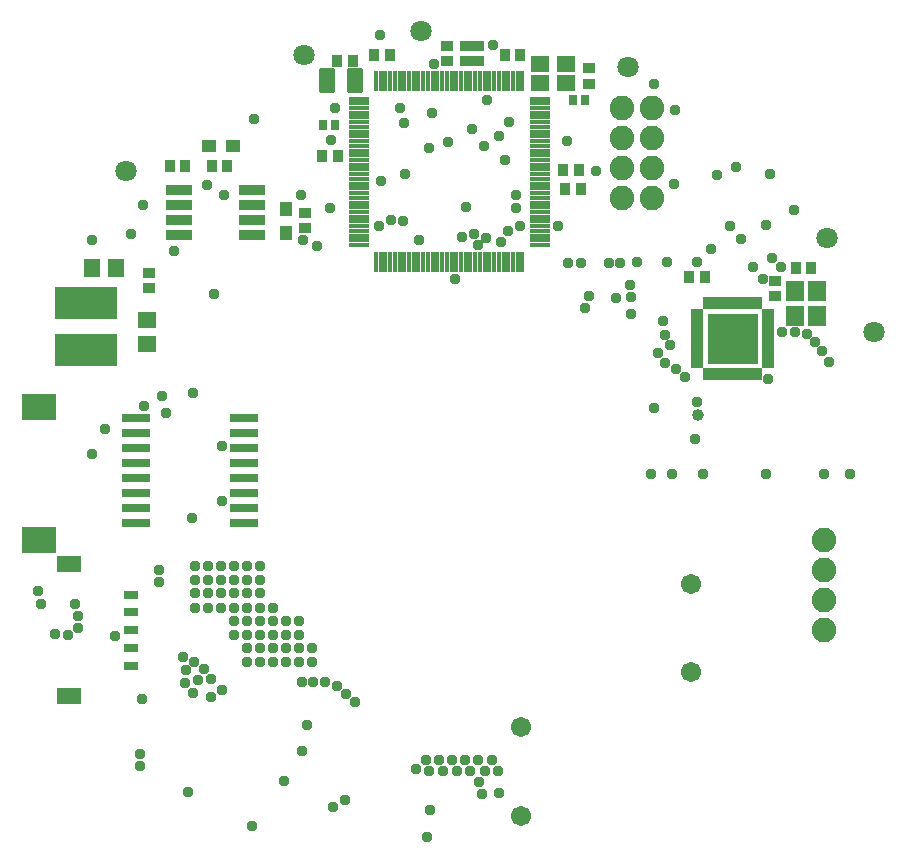
<source format=gbr>
G04 EAGLE Gerber X2 export*
%TF.Part,Single*%
%TF.FileFunction,Soldermask,Bot,1*%
%TF.FilePolarity,Negative*%
%TF.GenerationSoftware,Autodesk,EAGLE,8.6.0*%
%TF.CreationDate,2018-04-20T16:04:26Z*%
G75*
%MOMM*%
%FSLAX34Y34*%
%LPD*%
%AMOC8*
5,1,8,0,0,1.08239X$1,22.5*%
G01*
%ADD10C,1.803200*%
%ADD11R,1.503200X1.703200*%
%ADD12R,1.103200X0.903200*%
%ADD13R,0.903200X1.103200*%
%ADD14R,1.203200X1.003200*%
%ADD15R,1.003200X1.203200*%
%ADD16R,1.403200X1.503200*%
%ADD17R,1.503200X1.403200*%
%ADD18R,0.448200X1.803200*%
%ADD19R,1.803200X0.448200*%
%ADD20R,2.235200X0.863600*%
%ADD21R,2.403200X0.803200*%
%ADD22R,5.283200X2.743200*%
%ADD23R,0.803200X0.903200*%
%ADD24C,1.711200*%
%ADD25R,1.603200X1.403200*%
%ADD26R,1.053200X0.483200*%
%ADD27R,0.483200X1.053200*%
%ADD28R,4.353200X4.353200*%
%ADD29C,0.390959*%
%ADD30R,3.003200X2.303200*%
%ADD31C,2.082800*%
%ADD32R,1.203200X0.803200*%
%ADD33R,2.003200X1.453200*%
%ADD34C,0.959600*%
%ADD35C,1.009600*%


D10*
X897000Y642000D03*
X857000Y722000D03*
X688000Y867000D03*
X513000Y897000D03*
X263000Y779000D03*
X414000Y877000D03*
D11*
X848500Y676800D03*
X829500Y676800D03*
D12*
X813100Y672800D03*
X813100Y685800D03*
D13*
X753300Y688800D03*
X740300Y688800D03*
X442700Y791300D03*
X429700Y791300D03*
X313270Y782790D03*
X300270Y782790D03*
D12*
X535360Y871728D03*
X535360Y884728D03*
X551232Y871576D03*
X551232Y884576D03*
D13*
X597266Y876632D03*
X584266Y876632D03*
D12*
X655218Y852582D03*
X655218Y865582D03*
D13*
X455314Y871568D03*
X442314Y871568D03*
X473662Y876718D03*
X486662Y876718D03*
X633700Y779200D03*
X646700Y779200D03*
X635200Y763200D03*
X648200Y763200D03*
D12*
X561800Y871700D03*
X561800Y884700D03*
X282700Y692400D03*
X282700Y679400D03*
D13*
X830300Y696700D03*
X843300Y696700D03*
D11*
X829400Y655700D03*
X848400Y655700D03*
D14*
X333638Y799692D03*
X353638Y799692D03*
D15*
X398954Y746140D03*
X398954Y726140D03*
D16*
X234878Y696622D03*
X255198Y696622D03*
D17*
X280904Y632316D03*
X280904Y652636D03*
D18*
X599000Y701500D03*
X595000Y701500D03*
X591000Y701500D03*
X587000Y701500D03*
X583000Y701500D03*
X579000Y701500D03*
X575000Y701500D03*
X571000Y701500D03*
X567000Y701500D03*
X563000Y701500D03*
X559000Y701500D03*
X555000Y701500D03*
X551000Y701500D03*
X547000Y701500D03*
X543000Y701500D03*
X539000Y701500D03*
X535000Y701500D03*
X531000Y701500D03*
X527000Y701500D03*
X523000Y701500D03*
X519000Y701500D03*
X515000Y701500D03*
X511000Y701500D03*
X507000Y701500D03*
X503000Y701500D03*
X499000Y701500D03*
X495000Y701500D03*
X491000Y701500D03*
X487000Y701500D03*
X483000Y701500D03*
X479000Y701500D03*
X475000Y701500D03*
D19*
X460500Y716000D03*
X460500Y720000D03*
X460500Y724000D03*
X460500Y728000D03*
X460500Y732000D03*
X460500Y736000D03*
X460500Y740000D03*
X460500Y744000D03*
X460500Y748000D03*
X460500Y752000D03*
X460500Y756000D03*
X460500Y760000D03*
X460500Y764000D03*
X460500Y768000D03*
X460500Y772000D03*
X460500Y776000D03*
X460500Y780000D03*
X460500Y784000D03*
X460500Y788000D03*
X460500Y792000D03*
X460500Y796000D03*
X460500Y800000D03*
X460500Y804000D03*
X460500Y808000D03*
X460500Y812000D03*
X460500Y816000D03*
X460500Y820000D03*
X460500Y824000D03*
X460500Y828000D03*
X460500Y832000D03*
X460500Y836000D03*
X460500Y840000D03*
D18*
X475000Y854500D03*
X479000Y854500D03*
X483000Y854500D03*
X487000Y854500D03*
X491000Y854500D03*
X495000Y854500D03*
X499000Y854500D03*
X503000Y854500D03*
X507000Y854500D03*
X511000Y854500D03*
X515000Y854500D03*
X519000Y854500D03*
X523000Y854500D03*
X527000Y854500D03*
X531000Y854500D03*
X535000Y854500D03*
X539000Y854500D03*
X543000Y854500D03*
X547000Y854500D03*
X551000Y854500D03*
X555000Y854500D03*
X559000Y854500D03*
X563000Y854500D03*
X567000Y854500D03*
X571000Y854500D03*
X575000Y854500D03*
X579000Y854500D03*
X583000Y854500D03*
X587000Y854500D03*
X591000Y854500D03*
X595000Y854500D03*
X599000Y854500D03*
D19*
X613500Y840000D03*
X613500Y836000D03*
X613500Y832000D03*
X613500Y828000D03*
X613500Y824000D03*
X613500Y820000D03*
X613500Y816000D03*
X613500Y812000D03*
X613500Y808000D03*
X613500Y804000D03*
X613500Y800000D03*
X613500Y796000D03*
X613500Y792000D03*
X613500Y788000D03*
X613500Y784000D03*
X613500Y780000D03*
X613500Y776000D03*
X613500Y772000D03*
X613500Y768000D03*
X613500Y764000D03*
X613500Y760000D03*
X613500Y756000D03*
X613500Y752000D03*
X613500Y748000D03*
X613500Y744000D03*
X613500Y740000D03*
X613500Y736000D03*
X613500Y732000D03*
X613500Y728000D03*
X613500Y724000D03*
X613500Y720000D03*
X613500Y716000D03*
D20*
X308244Y724558D03*
X369712Y724558D03*
X308244Y737258D03*
X308244Y749958D03*
X369712Y737258D03*
X369712Y749958D03*
X308244Y762658D03*
X369712Y762658D03*
D21*
X271590Y493686D03*
X363590Y519086D03*
X271590Y480986D03*
X271590Y506386D03*
X271590Y519086D03*
X363590Y506386D03*
X363590Y531786D03*
X363590Y544486D03*
X271590Y544486D03*
X363590Y569886D03*
X271590Y531786D03*
X271590Y557186D03*
X363590Y557186D03*
X271590Y569886D03*
X363590Y493686D03*
X363590Y480986D03*
D22*
X229244Y626940D03*
X229244Y666940D03*
D23*
X641900Y838700D03*
X651900Y838700D03*
X430200Y817900D03*
X440200Y817900D03*
D13*
X335996Y783328D03*
X348996Y783328D03*
D12*
X414738Y730012D03*
X414738Y743012D03*
D24*
X597700Y307600D03*
X597700Y232600D03*
D25*
X614136Y869210D03*
X636136Y869210D03*
X636136Y853210D03*
X614136Y853210D03*
D24*
X741700Y429100D03*
X741700Y354100D03*
D26*
X747250Y639282D03*
D27*
X774500Y607032D03*
D26*
X806750Y634282D03*
D27*
X774500Y666532D03*
X769500Y666532D03*
X764500Y666532D03*
X759500Y666532D03*
X754500Y666532D03*
X779500Y666532D03*
X784500Y666532D03*
X789500Y666532D03*
X794500Y666532D03*
X799500Y666532D03*
X769500Y607032D03*
X764500Y607032D03*
X759500Y607032D03*
X754500Y607032D03*
X779500Y607032D03*
X784500Y607032D03*
X789500Y607032D03*
X794500Y607032D03*
X799500Y607032D03*
D26*
X806750Y629282D03*
X806750Y624282D03*
X806750Y619282D03*
X806750Y614282D03*
X806750Y639282D03*
X806750Y644282D03*
X806750Y654282D03*
X806750Y649282D03*
X806750Y659282D03*
X747250Y634282D03*
X747250Y629282D03*
X747250Y624282D03*
X747250Y619282D03*
X747250Y614282D03*
X747250Y644282D03*
X747250Y649282D03*
X747250Y654282D03*
X747250Y659282D03*
D28*
X777000Y636782D03*
D29*
X437675Y847279D02*
X428553Y847279D01*
X428553Y864401D01*
X437675Y864401D01*
X437675Y847279D01*
X437675Y851188D02*
X428553Y851188D01*
X428553Y855097D02*
X437675Y855097D01*
X437675Y859006D02*
X428553Y859006D01*
X428553Y862915D02*
X437675Y862915D01*
X452553Y847279D02*
X461675Y847279D01*
X452553Y847279D02*
X452553Y864401D01*
X461675Y864401D01*
X461675Y847279D01*
X461675Y851188D02*
X452553Y851188D01*
X452553Y855097D02*
X461675Y855097D01*
X461675Y859006D02*
X452553Y859006D01*
X452553Y862915D02*
X461675Y862915D01*
D30*
X190000Y578500D03*
X190000Y466000D03*
D31*
X854270Y389920D03*
X854270Y415320D03*
X854270Y440720D03*
X854270Y466120D03*
X708700Y755900D03*
X683300Y755900D03*
X708700Y781300D03*
X683300Y781300D03*
X708700Y806700D03*
X683300Y806700D03*
X708700Y832100D03*
X683300Y832100D03*
D32*
X267400Y390000D03*
X267400Y375000D03*
X267400Y360000D03*
X267400Y405000D03*
X267400Y420000D03*
D33*
X215500Y333950D03*
X215500Y446050D03*
D34*
X322000Y444000D03*
X333000Y444000D03*
X344000Y444000D03*
X355000Y444000D03*
X366000Y444000D03*
X377000Y444000D03*
X388000Y409000D03*
X322000Y432000D03*
X333000Y432000D03*
X344000Y432000D03*
X355000Y432000D03*
X366000Y432000D03*
X377000Y432000D03*
X322000Y421000D03*
X333000Y421000D03*
X344000Y421000D03*
X355000Y421000D03*
X366000Y421000D03*
X377000Y421000D03*
X322000Y409000D03*
X333000Y409000D03*
X344000Y409000D03*
X355000Y409000D03*
X366000Y409000D03*
X377000Y409000D03*
X355000Y398000D03*
X366000Y398000D03*
X377000Y398000D03*
X388000Y398000D03*
X399000Y398000D03*
X410000Y398000D03*
X355000Y386000D03*
X366000Y386000D03*
X377000Y386000D03*
X388000Y386000D03*
X399000Y386000D03*
X410000Y386000D03*
X366000Y375000D03*
X377000Y375000D03*
X388000Y375000D03*
X399000Y375000D03*
X410000Y375000D03*
X421000Y375000D03*
X366000Y363000D03*
X377000Y363000D03*
X388000Y363000D03*
X399000Y363000D03*
X410000Y363000D03*
X421000Y363000D03*
X819000Y642000D03*
X830000Y642000D03*
X840000Y641000D03*
X847000Y634000D03*
X853000Y626000D03*
X859000Y617000D03*
X818000Y697000D03*
X319000Y485000D03*
X807000Y603000D03*
X708000Y522000D03*
X726000Y522000D03*
X752000Y522000D03*
X805000Y522000D03*
X854000Y522000D03*
X876000Y522000D03*
X304000Y711000D03*
X346000Y758000D03*
X524000Y869000D03*
X574000Y885000D03*
X661000Y779000D03*
X561000Y716000D03*
X542000Y687000D03*
X737000Y604000D03*
X297000Y574000D03*
X279000Y580000D03*
X235000Y539000D03*
X275000Y285000D03*
X397000Y262000D03*
X562000Y261000D03*
X189000Y423000D03*
X191000Y412000D03*
X203000Y387000D03*
X214000Y386000D03*
X223000Y392000D03*
X223000Y402000D03*
X220000Y412000D03*
X412000Y346000D03*
X422000Y346000D03*
X432000Y346000D03*
X442000Y343000D03*
X450000Y336000D03*
X457000Y329000D03*
X312000Y367000D03*
X321000Y363000D03*
X329000Y357000D03*
X335000Y349000D03*
X324000Y348000D03*
X314000Y356000D03*
X313000Y345000D03*
X320000Y337000D03*
X509000Y272000D03*
X517000Y280000D03*
X520000Y271000D03*
X528000Y280000D03*
X532000Y271000D03*
X539000Y280000D03*
X544000Y271000D03*
X550000Y280000D03*
X555000Y271000D03*
X561000Y280000D03*
X567000Y271000D03*
X573000Y280000D03*
X316000Y253000D03*
X803000Y687000D03*
X578000Y271000D03*
X579000Y252000D03*
X565000Y251000D03*
X370000Y224000D03*
X437000Y805000D03*
X479000Y770000D03*
X254000Y385000D03*
X536000Y803200D03*
X556700Y814000D03*
X566100Y799700D03*
X579400Y808400D03*
X522800Y827800D03*
X478500Y894000D03*
X371600Y822400D03*
X440400Y831700D03*
X411700Y758300D03*
X338300Y674300D03*
X234300Y720300D03*
X636500Y804100D03*
X828600Y745700D03*
X809000Y776400D03*
X721100Y701500D03*
X710000Y852000D03*
X511092Y720120D03*
X246000Y560000D03*
X294000Y588000D03*
X320000Y591000D03*
X500000Y776000D03*
X498000Y736000D03*
X520000Y798400D03*
X551000Y748000D03*
X499000Y819000D03*
X332000Y767000D03*
X638000Y701000D03*
X691000Y658000D03*
X718000Y652000D03*
X649000Y701000D03*
X678000Y671000D03*
X690000Y682000D03*
X587000Y728000D03*
X691000Y672000D03*
X581000Y719000D03*
X568000Y722000D03*
X747000Y583000D03*
D35*
X748000Y572000D03*
D34*
X558000Y725000D03*
X655000Y673000D03*
X745000Y552000D03*
X548000Y723000D03*
X652000Y663000D03*
X710000Y578000D03*
X488000Y737000D03*
X478000Y732000D03*
X584000Y788000D03*
X727000Y768000D03*
X495000Y832000D03*
X569000Y839000D03*
X588000Y820000D03*
X672000Y701000D03*
X729000Y611000D03*
X682000Y701000D03*
X720000Y616000D03*
X696000Y702000D03*
X714000Y625000D03*
X629000Y732000D03*
X425000Y715000D03*
X597000Y732000D03*
X413000Y720000D03*
X594000Y747000D03*
X436000Y747000D03*
X594000Y758000D03*
X747000Y702000D03*
X794000Y697000D03*
X759000Y713000D03*
X810000Y705000D03*
X268000Y725000D03*
X278000Y750000D03*
X345000Y499000D03*
X345000Y546000D03*
X724000Y631000D03*
X412000Y288000D03*
X291000Y431000D03*
X291000Y441000D03*
X345000Y339000D03*
X335000Y333000D03*
X417000Y310000D03*
X449000Y246000D03*
X439000Y240000D03*
X521000Y238000D03*
X720000Y640000D03*
X775000Y732000D03*
X784000Y721000D03*
X805000Y733000D03*
X518000Y215000D03*
X275000Y275000D03*
X277000Y332000D03*
X780000Y782000D03*
X764000Y775000D03*
X728000Y830000D03*
M02*

</source>
